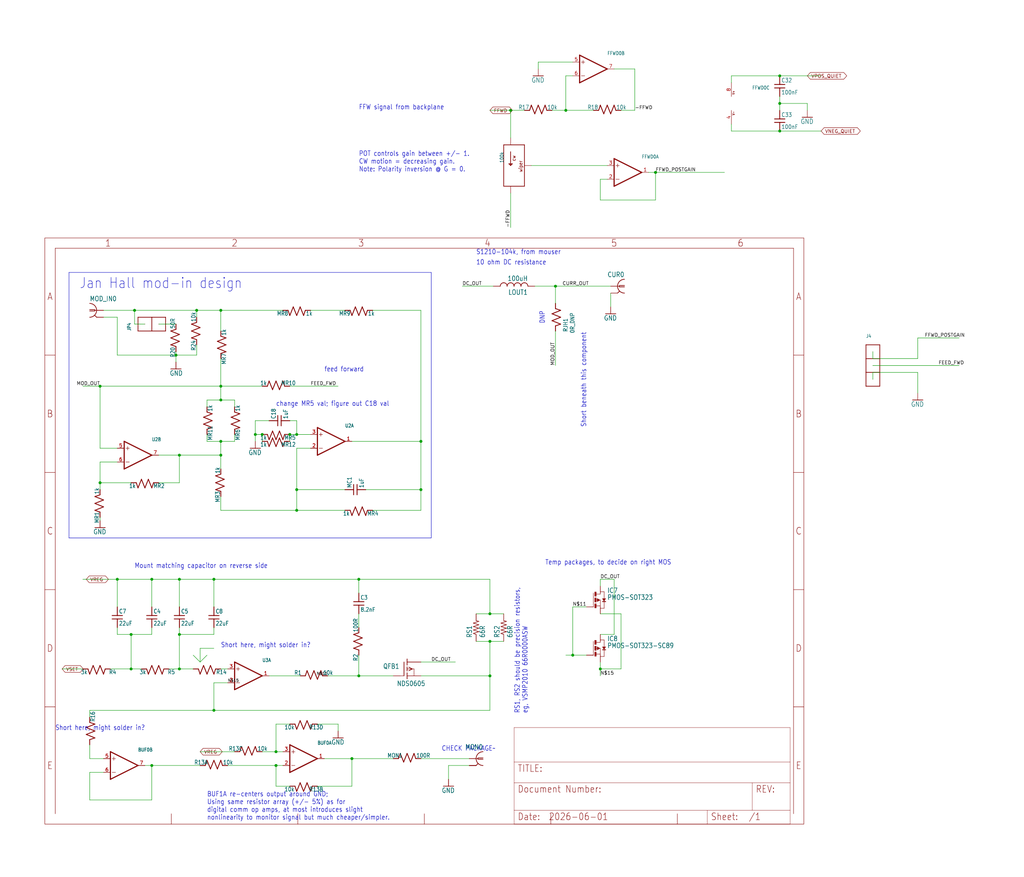
<source format=kicad_sch>
(kicad_sch (version 20231120) (generator "eeschema") (generator_version "8.0")
  (paper "User" 376.961 323.037)
  (lib_symbols
    (symbol "CurrentController-eagle-import:1X2_LOW_PROFILE_JUMPER"
      (property "Reference" "JP" (at -2.54 7.62 0))
      (symbol "1X2_LOW_PROFILE_JUMPER_1_0"
        (pin bidirectional line (at 0 2.54 0) (length 0) (name "P$1") (number "1"))
        (pin bidirectional line (at 0 -2.54 0) (length 0) (name "P$2") (number "2"))
      )
    )
    (symbol "CurrentController-eagle-import:1X3_LOW_PROFILE_JUMPER"
      (property "Reference" "J" (at -2.54 10.16 0))
      (symbol "1X3_LOW_PROFILE_JUMPER_1_0"
        (pin bidirectional line (at 0 5.08 0) (length 0) (name "P$1") (number "P1"))
        (pin bidirectional line (at 0 0 0) (length 0) (name "P$2") (number "P2"))
        (pin bidirectional line (at 0 -5.08 0) (length 0) (name "P$3") (number "P3"))
      )
    )
    (symbol "CurrentController-eagle-import:BNC-H"
      (property "Reference" "X" (at -2.54 3.302 0))
      (symbol "BNC-H_1_0"
        (pin passive line (at 2.54 0 180) (length 2.54) (name "1") (number "1"))
        (pin passive line (at 2.54 -2.54 180) (length 2.54) (name "2") (number "2"))
      )
    )
    (symbol "CurrentController-eagle-import:BOURNS-3006P"
      (symbol "BOURNS-3006P_1_0"
        (text "cw" (at -3.81 0.635 0) (effects (font (size 1.27 1.0795)) (justify left bottom)))
        (text "wiper" (at -1.905 -1.905 0) (effects (font (size 1.27 1.0795)) (justify left bottom)))
        (pin bidirectional line (at -10.16 2.54 0) (length 2.54) (name "P$1") (number "P$1"))
        (pin bidirectional line (at 0 -5.08 90) (length 2.54) (name "P$2") (number "P$2"))
        (pin bidirectional line (at 10.16 2.54 180) (length 2.54) (name "P$3") (number "P$3"))
      )
    )
    (symbol "CurrentController-eagle-import:C_MLCC_SMDCMLCC_0603"
      (property "Reference" "C" (at 0.5715 0.0635 0))
      (symbol "C_MLCC_SMDCMLCC_0603_1_0"
        (pin passive line (at 0 2.54 270) (length 0) (name "1") (number "P$1"))
        (pin passive line (at 0 -5.08 90) (length 0) (name "2") (number "P$2"))
      )
    )
    (symbol "CurrentController-eagle-import:C_MLCC_SMDCMLCC_0805"
      (property "Reference" "C" (at 0.5715 0.0635 0))
      (symbol "C_MLCC_SMDCMLCC_0805_1_0"
        (pin passive line (at 0 2.54 270) (length 0) (name "1") (number "P$1"))
        (pin passive line (at 0 -5.08 90) (length 0) (name "2") (number "P$2"))
      )
    )
    (symbol "CurrentController-eagle-import:DUAL-OPAMP-AD8676_MSOP"
      (property "Reference" "U" (at 7.62 5.08 0))
      (symbol "DUAL-OPAMP-AD8676_MSOP_1_0"
        (pin output line (at 10.16 0 180) (length 2.54) (name "OUT") (number "1"))
        (pin input line (at -5.08 -2.54 0) (length 2.54) (name "-IN") (number "2"))
        (pin input line (at -5.08 2.54 0) (length 2.54) (name "+IN") (number "3"))
      )
      (symbol "DUAL-OPAMP-AD8676_MSOP_2_0"
        (pin input line (at -5.08 2.54 0) (length 2.54) (name "+IN") (number "5"))
        (pin input line (at -5.08 -2.54 0) (length 2.54) (name "-IN") (number "6"))
        (pin output line (at 10.16 0 180) (length 2.54) (name "OUT") (number "7"))
      )
      (symbol "DUAL-OPAMP-AD8676_MSOP_3_0"
        (text "V+" (at 1.27 3.175 900) (effects (font (size 0.8128 0.6908)) (justify left bottom)))
        (text "V-" (at 1.27 -4.445 900) (effects (font (size 0.8128 0.6908)) (justify left bottom)))
        (pin power_in line (at 0 -7.62 90) (length 5.08) (name "V-") (number "4"))
        (pin power_in line (at 0 7.62 270) (length 5.08) (name "V+") (number "8"))
      )
    )
    (symbol "CurrentController-eagle-import:FRAME_A_L"
      (symbol "FRAME_A_L_1_0"
        (text "1" (at 23.2833 213.995 0) (effects (font (size 2.54 2.286))))
        (text "2" (at 69.85 213.995 0) (effects (font (size 2.54 2.286))))
        (text "3" (at 116.4167 213.995 0) (effects (font (size 2.54 2.286))))
        (text "4" (at 162.9833 213.995 0) (effects (font (size 2.54 2.286))))
        (text "5" (at 209.55 213.995 0) (effects (font (size 2.54 2.286))))
        (text "6" (at 256.1167 213.995 0) (effects (font (size 2.54 2.286))))
        (text "A" (at 1.905 194.31 0) (effects (font (size 2.54 2.286))))
        (text "A" (at 277.495 194.31 0) (effects (font (size 2.54 2.286))))
        (text "B" (at 1.905 151.13 0) (effects (font (size 2.54 2.286))))
        (text "B" (at 277.495 151.13 0) (effects (font (size 2.54 2.286))))
        (text "C" (at 1.905 107.95 0) (effects (font (size 2.54 2.286))))
        (text "C" (at 277.495 107.95 0) (effects (font (size 2.54 2.286))))
        (text "D" (at 1.905 64.77 0) (effects (font (size 2.54 2.286))))
        (text "D" (at 277.495 64.77 0) (effects (font (size 2.54 2.286))))
        (text "E" (at 1.905 21.59 0) (effects (font (size 2.54 2.286))))
        (text "E" (at 277.495 21.59 0) (effects (font (size 2.54 2.286))))
      )
      (symbol "FRAME_A_L_2_0"
        (text "${#}/${##}" (at 86.36 1.27 0) (effects (font (size 2.54 2.159)) (justify left bottom)))
        (text "${CURRENT_DATE}" (at 12.7 1.27 0) (effects (font (size 2.54 2.159)) (justify left bottom)))
        (text "${PROJECTNAME}" (at 17.78 19.05 0) (effects (font (size 2.54 2.159)) (justify left bottom)))
        (text "Date:" (at 1.27 1.27 0) (effects (font (size 2.54 2.159)) (justify left bottom)))
        (text "Document Number:" (at 1.27 11.43 0) (effects (font (size 2.54 2.159)) (justify left bottom)))
        (text "REV:" (at 88.9 11.43 0) (effects (font (size 2.54 2.159)) (justify left bottom)))
        (text "Sheet:" (at 72.39 1.27 0) (effects (font (size 2.54 2.159)) (justify left bottom)))
        (text "TITLE:" (at 1.27 19.05 0) (effects (font (size 2.54 2.159)) (justify left bottom)))
      )
    )
    (symbol "CurrentController-eagle-import:GND" (power)
      (symbol "GND_1_0"
        (pin power_in line (at 0 2.54 270) (length 2.54) (name "GND") (number "1"))
      )
    )
    (symbol "CurrentController-eagle-import:L-USL3225P"
      (property "Reference" "L" (at -1.27 -5.08 90))
      (symbol "L-USL3225P_1_0"
        (pin passive line (at 0 7.62 270) (length 2.54) (name "1") (number "1"))
        (pin passive line (at 0 -7.62 90) (length 2.54) (name "2") (number "2"))
      )
    )
    (symbol "CurrentController-eagle-import:NDS0605"
      (symbol "NDS0605_1_0"
        (pin passive line (at -5.08 -2.54 0) (length 2.54) (name "G") (number "1"))
        (pin passive line (at 5.08 -2.54 180) (length 5.08) (name "S") (number "2"))
        (pin passive line (at 5.08 2.54 180) (length 5.08) (name "D") (number "3"))
      )
    )
    (symbol "CurrentController-eagle-import:PMOS-SOT323"
      (property "Reference" "IC" (at 2.54 2.54 0))
      (symbol "PMOS-SOT323_1_0"
        (pin passive line (at -5.08 -2.54 0) (length 2.54) (name "G") (number "1"))
        (pin passive line (at 0 -5.08 90) (length 2.54) (name "S") (number "2"))
        (pin passive line (at 0 5.08 270) (length 2.54) (name "D") (number "3"))
      )
    )
    (symbol "CurrentController-eagle-import:PMOS-SOT323-SC89"
      (property "Reference" "IC" (at 2.54 2.54 0))
      (symbol "PMOS-SOT323-SC89_1_0"
        (pin passive line (at -5.08 -2.54 0) (length 2.54) (name "G") (number "P$1"))
        (pin passive line (at 0 -5.08 90) (length 2.54) (name "S") (number "P$2"))
        (pin passive line (at 0 5.08 270) (length 2.54) (name "D") (number "P$3"))
      )
    )
    (symbol "CurrentController-eagle-import:R-US_R2010"
      (property "Reference" "R" (at -3.81 1.4986 0))
      (symbol "R-US_R2010_1_0"
        (pin passive line (at -5.08 0 0) (length 2.54) (name "1") (number "1"))
        (pin passive line (at 5.08 0 180) (length 2.54) (name "2") (number "2"))
      )
    )
    (symbol "CurrentController-eagle-import:R_ARRAY"
      (property "Reference" "R" (at -7.3025 0.3175 0))
      (symbol "R_ARRAY_1_0"
        (pin passive line (at -5.08 0 0) (length 0) (name "1") (number "P$1"))
        (pin passive line (at 5.08 0 180) (length 0) (name "2") (number "P$2"))
      )
      (symbol "R_ARRAY_2_0"
        (pin passive line (at -5.08 0 0) (length 0) (name "1") (number "P$3"))
        (pin passive line (at 5.08 0 180) (length 0) (name "2") (number "P$4"))
      )
      (symbol "R_ARRAY_3_0"
        (pin passive line (at -5.08 0 0) (length 0) (name "1") (number "P$5"))
        (pin passive line (at 5.08 0 180) (length 0) (name "2") (number "P$6"))
      )
      (symbol "R_ARRAY_4_0"
        (pin passive line (at -5.08 0 0) (length 0) (name "1") (number "P$7"))
        (pin passive line (at 5.08 0 180) (length 0) (name "2") (number "P$8"))
      )
    )
    (symbol "CurrentController-eagle-import:R_SMDR0603"
      (property "Reference" "R" (at -7.3025 0.3175 0))
      (symbol "R_SMDR0603_1_0"
        (pin passive line (at -5.08 0 0) (length 0) (name "1") (number "P$1"))
        (pin passive line (at 5.08 0 180) (length 0) (name "2") (number "P$2"))
      )
    )
    (symbol "CurrentController-eagle-import:R_SMDR0805"
      (property "Reference" "R" (at -7.3025 0.3175 0))
      (symbol "R_SMDR0805_1_0"
        (pin passive line (at -5.08 0 0) (length 0) (name "1") (number "P$1"))
        (pin passive line (at 5.08 0 180) (length 0) (name "2") (number "P$2"))
      )
    )
    (symbol "CurrentController-eagle-import:UMC"
      (property "Reference" "X" (at -2.54 3.302 0))
      (symbol "UMC_1_0"
        (pin passive line (at 2.54 0 180) (length 2.54) (name "1") (number "P$1"))
        (pin passive line (at 2.54 -2.54 180) (length 2.54) (name "2") (number "P$2"))
        (pin passive line (at 2.54 -2.54 180) (length 2.54) (name "2") (number "P$3"))
      )
    )
  )
  (junction (at 81.28 162.56))
  (junction (at 101.6 276.86))
  (junction (at 78.74 213.36))
  (junction (at 55.88 213.36))
  (junction (at 81.28 142.24))
  (junction (at 81.28 147.32))
  (junction (at 187.96 40.64))
  (junction (at 129.54 279.4))
  (junction (at 81.28 167.64))
  (junction (at 287.02 38.1))
  (junction (at 180.34 226.06))
  (junction (at 132.08 213.36))
  (junction (at 106.68 160.02))
  (junction (at 66.04 233.68))
  (junction (at 180.34 248.92))
  (junction (at 66.04 167.64))
  (junction (at 208.28 40.64))
  (junction (at 49.53 114.3))
  (junction (at 43.18 213.36))
  (junction (at 78.74 261.62))
  (junction (at 220.98 246.38))
  (junction (at 48.26 233.68))
  (junction (at 96.52 160.02))
  (junction (at 204.47 105.41))
  (junction (at 66.04 246.38))
  (junction (at 210.82 241.3))
  (junction (at 66.04 213.36))
  (junction (at 72.39 114.3))
  (junction (at 154.94 180.34))
  (junction (at 132.08 248.92))
  (junction (at 109.22 160.02))
  (junction (at 81.28 114.3))
  (junction (at 180.34 236.22))
  (junction (at 241.3 63.5))
  (junction (at 109.22 180.34))
  (junction (at 287.02 27.94))
  (junction (at 36.83 142.24))
  (junction (at 154.94 162.56))
  (junction (at 109.22 187.96))
  (junction (at 101.6 281.94))
  (junction (at 93.98 160.02))
  (junction (at 48.26 246.38))
  (junction (at 287.02 48.26))
  (junction (at 55.88 281.94))
  (junction (at 64.77 130.81))
  (junction (at 36.83 177.8))
  (wire (pts (xy 127 180.34) (xy 109.22 180.34)) (stroke (width 0.1524)))
  (wire (pts (xy 64.77 119.38) (xy 58.42 119.38)) (stroke (width 0.1524)))
  (wire (pts (xy 116.84 266.7) (xy 124.46 266.7)) (stroke (width 0.1524)))
  (wire (pts (xy 226.06 25.4) (xy 233.68 25.4)) (stroke (width 0.1524)))
  (wire (pts (xy 198.12 22.86) (xy 210.82 22.86)) (stroke (width 0.1524)))
  (wire (pts (xy 187.96 40.64) (xy 193.04 40.64)) (stroke (width 0.1524)))
  (wire (pts (xy 33.02 274.32) (xy 33.02 279.4)) (stroke (width 0.1524)))
  (wire (pts (xy 154.94 162.56) (xy 154.94 114.3)) (stroke (width 0.1524)))
  (wire (pts (xy 129.54 289.56) (xy 129.54 279.4)) (stroke (width 0.1524)))
  (wire (pts (xy 73.66 243.84) (xy 71.12 241.3)) (stroke (width 0.1524)))
  (wire (pts (xy 195.58 60.96) (xy 223.52 60.96)) (stroke (width 0.1524)))
  (wire (pts (xy 43.18 165.1) (xy 36.83 165.1)) (stroke (width 0.1524)))
  (wire (pts (xy 96.52 160.02) (xy 93.98 160.02)) (stroke (width 0.1524)))
  (wire (pts (xy 321.31 137.16) (xy 337.82 137.16)) (stroke (width 0.1524)))
  (wire (pts (xy 208.28 40.64) (xy 218.44 40.64)) (stroke (width 0.1524)))
  (wire (pts (xy 220.98 233.68) (xy 226.06 233.68)) (stroke (width 0.1524)))
  (wire (pts (xy 55.88 233.68) (xy 48.26 233.68)) (stroke (width 0.1524)))
  (wire (pts (xy 101.6 281.94) (xy 101.6 289.56)) (stroke (width 0.1524)))
  (wire (pts (xy 137.16 114.3) (xy 154.94 114.3)) (stroke (width 0.1524)))
  (wire (pts (xy 269.24 48.26) (xy 287.02 48.26)) (stroke (width 0.1524)))
  (wire (pts (xy 64.77 129.54) (xy 64.77 130.81)) (stroke (width 0.1524)))
  (wire (pts (xy 104.14 281.94) (xy 101.6 281.94)) (stroke (width 0.1524)))
  (wire (pts (xy 226.06 213.36) (xy 220.98 213.36)) (stroke (width 0.1524)))
  (wire (pts (xy 40.64 246.38) (xy 48.26 246.38)) (stroke (width 0.1524)))
  (wire (pts (xy 36.83 165.1) (xy 36.83 142.24)) (stroke (width 0.1524)))
  (wire (pts (xy 109.22 180.34) (xy 109.22 165.1)) (stroke (width 0.1524)))
  (wire (pts (xy 204.47 111.76) (xy 204.47 105.41)) (stroke (width 0.1524)))
  (wire (pts (xy 55.88 281.94) (xy 73.66 281.94)) (stroke (width 0.1524)))
  (wire (pts (xy 269.24 30.48) (xy 269.24 27.94)) (stroke (width 0.1524)))
  (wire (pts (xy 81.28 147.32) (xy 81.28 142.24)) (stroke (width 0.1524)))
  (wire (pts (xy 66.04 167.64) (xy 58.42 167.64)) (stroke (width 0.1524)))
  (wire (pts (xy 287.02 38.1) (xy 287.02 40.64)) (stroke (width 0.1524)))
  (wire (pts (xy 76.2 147.32) (xy 81.28 147.32)) (stroke (width 0.1524)))
  (wire (pts (xy 101.6 276.86) (xy 104.14 276.86)) (stroke (width 0.1524)))
  (wire (pts (xy 215.9 241.3) (xy 210.82 241.3)) (stroke (width 0.1524)))
  (wire (pts (xy 233.68 25.4) (xy 233.68 40.64)) (stroke (width 0.1524)))
  (wire (pts (xy 66.04 246.38) (xy 71.12 246.38)) (stroke (width 0.1524)))
  (wire (pts (xy 93.98 160.02) (xy 93.98 154.94)) (stroke (width 0.1524)))
  (wire (pts (xy 109.22 160.02) (xy 114.3 160.02)) (stroke (width 0.1524)))
  (wire (pts (xy 187.96 50.8) (xy 187.96 40.64)) (stroke (width 0.1524)))
  (wire (pts (xy 154.94 162.56) (xy 129.54 162.56)) (stroke (width 0.1524)))
  (wire (pts (xy 36.83 170.18) (xy 36.83 177.8)) (stroke (width 0.1524)))
  (wire (pts (xy 154.94 187.96) (xy 154.94 180.34)) (stroke (width 0.1524)))
  (wire (pts (xy 321.31 137.16) (xy 321.31 139.7)) (stroke (width 0.1524)))
  (wire (pts (xy 297.18 38.1) (xy 297.18 40.64)) (stroke (width 0.1524)))
  (wire (pts (xy 78.74 231.14) (xy 78.74 233.68)) (stroke (width 0.1524)))
  (wire (pts (xy 337.82 124.46) (xy 353.06 124.46)) (stroke (width 0.1524)))
  (wire (pts (xy 33.02 279.4) (xy 38.1 279.4)) (stroke (width 0.1524)))
  (wire (pts (xy 22.86 246.38) (xy 30.48 246.38)) (stroke (width 0.1524)))
  (wire (pts (xy 33.02 264.16) (xy 33.02 261.62)) (stroke (width 0.1524)))
  (wire (pts (xy 106.68 142.24) (xy 124.46 142.24)) (stroke (width 0.1524)))
  (wire (pts (xy 62.23 246.38) (xy 66.04 246.38)) (stroke (width 0.1524)))
  (wire (pts (xy 78.74 261.62) (xy 33.02 261.62)) (stroke (width 0.1524)))
  (wire (pts (xy 49.53 114.3) (xy 72.39 114.3)) (stroke (width 0.1524)))
  (wire (pts (xy 96.52 276.86) (xy 101.6 276.86)) (stroke (width 0.1524)))
  (wire (pts (xy 196.85 105.41) (xy 204.47 105.41)) (stroke (width 0.1524)))
  (wire (pts (xy 81.28 167.64) (xy 81.28 162.56)) (stroke (width 0.1524)))
  (wire (pts (xy 233.68 40.64) (xy 228.6 40.64)) (stroke (width 0.1524)))
  (wire (pts (xy 38.1 116.84) (xy 43.18 116.84)) (stroke (width 0.1524)))
  (wire (pts (xy 55.88 223.52) (xy 55.88 213.36)) (stroke (width 0.1524)))
  (wire (pts (xy 83.82 251.46) (xy 78.74 251.46)) (stroke (width 0.1524)))
  (wire (pts (xy 180.34 236.22) (xy 175.26 236.22)) (stroke (width 0.1524)))
  (wire (pts (xy 72.39 116.84) (xy 72.39 114.3)) (stroke (width 0.1524)))
  (wire (pts (xy 55.88 294.64) (xy 55.88 281.94)) (stroke (width 0.1524)))
  (wire (pts (xy 78.74 238.76) (xy 73.66 238.76)) (stroke (width 0.1524)))
  (wire (pts (xy 81.28 142.24) (xy 96.52 142.24)) (stroke (width 0.1524)))
  (wire (pts (xy 109.22 187.96) (xy 127 187.96)) (stroke (width 0.1524)))
  (wire (pts (xy 215.9 223.52) (xy 210.82 223.52)) (stroke (width 0.1524)))
  (polyline (pts (xy 25.4 198.12) (xy 25.4 100.33)) (stroke (width 0.1524) (type solid)))
  (wire (pts (xy 241.3 73.66) (xy 241.3 63.5)) (stroke (width 0.1524)))
  (wire (pts (xy 81.28 121.92) (xy 81.28 114.3)) (stroke (width 0.1524)))
  (wire (pts (xy 83.82 281.94) (xy 101.6 281.94)) (stroke (width 0.1524)))
  (wire (pts (xy 220.98 66.04) (xy 223.52 66.04)) (stroke (width 0.1524)))
  (wire (pts (xy 198.12 22.86) (xy 198.12 25.4)) (stroke (width 0.1524)))
  (wire (pts (xy 43.18 116.84) (xy 43.18 130.81)) (stroke (width 0.1524)))
  (wire (pts (xy 175.26 226.06) (xy 180.34 226.06)) (stroke (width 0.1524)))
  (wire (pts (xy 321.31 134.62) (xy 353.06 134.62)) (stroke (width 0.1524)))
  (wire (pts (xy 287.02 38.1) (xy 297.18 38.1)) (stroke (width 0.1524)))
  (wire (pts (xy 78.74 213.36) (xy 66.04 213.36)) (stroke (width 0.1524)))
  (wire (pts (xy 204.47 121.92) (xy 204.47 134.62)) (stroke (width 0.1524)))
  (wire (pts (xy 72.39 127) (xy 72.39 130.81)) (stroke (width 0.1524)))
  (wire (pts (xy 137.16 187.96) (xy 154.94 187.96)) (stroke (width 0.1524)))
  (wire (pts (xy 114.3 114.3) (xy 127 114.3)) (stroke (width 0.1524)))
  (wire (pts (xy 73.66 238.76) (xy 73.66 243.84)) (stroke (width 0.1524)))
  (wire (pts (xy 210.82 223.52) (xy 210.82 241.3)) (stroke (width 0.1524)))
  (wire (pts (xy 124.46 266.7) (xy 124.46 269.24)) (stroke (width 0.1524)))
  (wire (pts (xy 38.1 114.3) (xy 49.53 114.3)) (stroke (width 0.1524)))
  (wire (pts (xy 180.34 40.64) (xy 187.96 40.64)) (stroke (width 0.1524)))
  (polyline (pts (xy 25.4 100.33) (xy 158.75 100.33)) (stroke (width 0.1524) (type solid)))
  (wire (pts (xy 64.77 130.81) (xy 64.77 133.35)) (stroke (width 0.1524)))
  (wire (pts (xy 132.08 248.92) (xy 144.78 248.92)) (stroke (width 0.1524)))
  (wire (pts (xy 86.36 147.32) (xy 81.28 147.32)) (stroke (width 0.1524)))
  (wire (pts (xy 129.54 279.4) (xy 119.38 279.4)) (stroke (width 0.1524)))
  (polyline (pts (xy 158.75 198.12) (xy 25.4 198.12)) (stroke (width 0.1524) (type solid)))
  (wire (pts (xy 93.98 160.02) (xy 93.98 162.56)) (stroke (width 0.1524)))
  (wire (pts (xy 36.83 177.8) (xy 36.83 180.34)) (stroke (width 0.1524)))
  (wire (pts (xy 287.02 35.56) (xy 287.02 38.1)) (stroke (width 0.1524)))
  (wire (pts (xy 43.18 213.36) (xy 30.48 213.36)) (stroke (width 0.1524)))
  (wire (pts (xy 132.08 218.44) (xy 132.08 213.36)) (stroke (width 0.1524)))
  (wire (pts (xy 165.1 281.94) (xy 165.1 287.02)) (stroke (width 0.1524)))
  (wire (pts (xy 81.28 182.88) (xy 81.28 187.96)) (stroke (width 0.1524)))
  (wire (pts (xy 269.24 45.72) (xy 269.24 48.26)) (stroke (width 0.1524)))
  (wire (pts (xy 220.98 73.66) (xy 241.3 73.66)) (stroke (width 0.1524)))
  (wire (pts (xy 36.83 190.5) (xy 36.83 191.77)) (stroke (width 0.1524)))
  (wire (pts (xy 185.42 236.22) (xy 180.34 236.22)) (stroke (width 0.1524)))
  (wire (pts (xy 269.24 27.94) (xy 287.02 27.94)) (stroke (width 0.1524)))
  (wire (pts (xy 86.36 149.86) (xy 86.36 147.32)) (stroke (width 0.1524)))
  (wire (pts (xy 220.98 226.06) (xy 228.6 226.06)) (stroke (width 0.1524)))
  (wire (pts (xy 181.61 105.41) (xy 170.18 105.41)) (stroke (width 0.1524)))
  (wire (pts (xy 172.72 281.94) (xy 165.1 281.94)) (stroke (width 0.1524)))
  (wire (pts (xy 106.68 160.02) (xy 109.22 160.02)) (stroke (width 0.1524)))
  (wire (pts (xy 72.39 114.3) (xy 81.28 114.3)) (stroke (width 0.1524)))
  (wire (pts (xy 81.28 162.56) (xy 86.36 162.56)) (stroke (width 0.1524)))
  (wire (pts (xy 238.76 63.5) (xy 241.3 63.5)) (stroke (width 0.1524)))
  (wire (pts (xy 134.62 180.34) (xy 154.94 180.34)) (stroke (width 0.1524)))
  (wire (pts (xy 321.31 132.08) (xy 337.82 132.08)) (stroke (width 0.1524)))
  (wire (pts (xy 224.79 113.03) (xy 224.79 107.95)) (stroke (width 0.1524)))
  (wire (pts (xy 76.2 162.56) (xy 76.2 160.02)) (stroke (width 0.1524)))
  (wire (pts (xy 106.68 160.02) (xy 106.68 162.56)) (stroke (width 0.1524)))
  (wire (pts (xy 228.6 226.06) (xy 228.6 246.38)) (stroke (width 0.1524)))
  (wire (pts (xy 109.22 165.1) (xy 114.3 165.1)) (stroke (width 0.1524)))
  (wire (pts (xy 154.94 279.4) (xy 172.72 279.4)) (stroke (width 0.1524)))
  (wire (pts (xy 48.26 233.68) (xy 48.26 246.38)) (stroke (width 0.1524)))
  (wire (pts (xy 210.82 241.3) (xy 208.28 241.3)) (stroke (width 0.1524)))
  (wire (pts (xy 120.65 248.92) (xy 132.08 248.92)) (stroke (width 0.1524)))
  (wire (pts (xy 76.2 149.86) (xy 76.2 147.32)) (stroke (width 0.1524)))
  (wire (pts (xy 208.28 27.94) (xy 210.82 27.94)) (stroke (width 0.1524)))
  (wire (pts (xy 78.74 223.52) (xy 78.74 213.36)) (stroke (width 0.1524)))
  (wire (pts (xy 93.98 154.94) (xy 99.06 154.94)) (stroke (width 0.1524)))
  (wire (pts (xy 43.18 223.52) (xy 43.18 213.36)) (stroke (width 0.1524)))
  (wire (pts (xy 66.04 233.68) (xy 66.04 246.38)) (stroke (width 0.1524)))
  (wire (pts (xy 66.04 231.14) (xy 66.04 233.68)) (stroke (width 0.1524)))
  (wire (pts (xy 38.1 284.48) (xy 33.02 284.48)) (stroke (width 0.1524)))
  (wire (pts (xy 132.08 213.36) (xy 180.34 213.36)) (stroke (width 0.1524)))
  (wire (pts (xy 66.04 213.36) (xy 55.88 213.36)) (stroke (width 0.1524)))
  (wire (pts (xy 58.42 177.8) (xy 66.04 177.8)) (stroke (width 0.1524)))
  (wire (pts (xy 220.98 246.38) (xy 220.98 243.84)) (stroke (width 0.1524)))
  (wire (pts (xy 81.28 114.3) (xy 104.14 114.3)) (stroke (width 0.1524)))
  (wire (pts (xy 220.98 66.04) (xy 220.98 73.66)) (stroke (width 0.1524)))
  (wire (pts (xy 109.22 187.96) (xy 109.22 180.34)) (stroke (width 0.1524)))
  (wire (pts (xy 154.94 243.84) (xy 167.64 243.84)) (stroke (width 0.1524)))
  (wire (pts (xy 43.18 130.81) (xy 64.77 130.81)) (stroke (width 0.1524)))
  (wire (pts (xy 48.26 246.38) (xy 52.07 246.38)) (stroke (width 0.1524)))
  (wire (pts (xy 203.2 40.64) (xy 208.28 40.64)) (stroke (width 0.1524)))
  (wire (pts (xy 116.84 289.56) (xy 129.54 289.56)) (stroke (width 0.1524)))
  (wire (pts (xy 66.04 213.36) (xy 66.04 223.52)) (stroke (width 0.1524)))
  (wire (pts (xy 99.06 248.92) (xy 110.49 248.92)) (stroke (width 0.1524)))
  (wire (pts (xy 36.83 142.24) (xy 30.48 142.24)) (stroke (width 0.1524)))
  (wire (pts (xy 180.34 236.22) (xy 180.34 248.92)) (stroke (width 0.1524)))
  (wire (pts (xy 66.04 177.8) (xy 66.04 167.64)) (stroke (width 0.1524)))
  (wire (pts (xy 132.08 248.92) (xy 132.08 241.3)) (stroke (width 0.1524)))
  (wire (pts (xy 287.02 27.94) (xy 302.26 27.94)) (stroke (width 0.1524)))
  (wire (pts (xy 337.82 137.16) (xy 337.82 144.78)) (stroke (width 0.1524)))
  (wire (pts (xy 287.02 48.26) (xy 302.26 48.26)) (stroke (width 0.1524)))
  (wire (pts (xy 220.98 213.36) (xy 220.98 215.9)) (stroke (width 0.1524)))
  (wire (pts (xy 81.28 246.38) (xy 83.82 246.38)) (stroke (width 0.1524)))
  (wire (pts (xy 180.34 226.06) (xy 185.42 226.06)) (stroke (width 0.1524)))
  (wire (pts (xy 101.6 266.7) (xy 106.68 266.7)) (stroke (width 0.1524)))
  (wire (pts (xy 78.74 251.46) (xy 78.74 261.62)) (stroke (width 0.1524)))
  (wire (pts (xy 241.3 63.5) (xy 266.7 63.5)) (stroke (width 0.1524)))
  (wire (pts (xy 43.18 233.68) (xy 48.26 233.68)) (stroke (width 0.1524)))
  (wire (pts (xy 187.96 71.12) (xy 187.96 83.82)) (stroke (width 0.1524)))
  (wire (pts (xy 55.88 231.14) (xy 55.88 233.68)) (stroke (width 0.1524)))
  (wire (pts (xy 55.88 281.94) (xy 53.34 281.94)) (stroke (width 0.1524)))
  (polyline (pts (xy 158.75 100.33) (xy 158.75 198.12)) (stroke (width 0.1524) (type solid)))
  (wire (pts (xy 81.28 162.56) (xy 76.2 162.56)) (stroke (width 0.1524)))
  (wire (pts (xy 106.68 154.94) (xy 109.22 154.94)) (stroke (width 0.1524)))
  (wire (pts (xy 129.54 279.4) (xy 144.78 279.4)) (stroke (width 0.1524)))
  (wire (pts (xy 81.28 167.64) (xy 81.28 172.72)) (stroke (width 0.1524)))
  (wire (pts (xy 101.6 266.7) (xy 101.6 276.86)) (stroke (width 0.1524)))
  (wire (pts (xy 43.18 231.14) (xy 43.18 233.68)) (stroke (width 0.1524)))
  (wire (pts (xy 154.94 180.34) (xy 154.94 162.56)) (stroke (width 0.1524)))
  (wire (pts (xy 49.53 119.38) (xy 49.53 114.3)) (stroke (width 0.1524)))
  (wire (pts (xy 66.04 167.64) (xy 81.28 167.64)) (stroke (width 0.1524)))
  (wire (pts (xy 36.83 142.24) (xy 81.28 142.24)) (stroke (width 0.1524)))
  (wire (pts (xy 109.22 154.94) (xy 109.22 160.02)) (stroke (width 0.1524)))
  (wire (pts (xy 180.34 248.92) (xy 154.94 248.92)) (stroke (width 0.1524)))
  (wire (pts (xy 101.6 289.56) (xy 106.68 289.56)) (stroke (width 0.1524)))
  (wire (pts (xy 321.31 132.08) (xy 321.31 129.54)) (stroke (width 0.1524)))
  (wire (pts (xy 36.83 177.8) (xy 48.26 177.8)) (stroke (width 0.1524)))
  (wire (pts (xy 78.74 261.62) (xy 180.34 261.62)) (stroke (width 0.1524)))
  (wire (pts (xy 132.08 213.36) (xy 78.74 213.36)) (stroke (width 0.1524)))
  (wire (pts (xy 55.88 213.36) (xy 43.18 213.36)) (stroke (width 0.1524)))
  (wire (pts (xy 73.66 243.84) (xy 76.2 241.3)) (stroke (width 0.1524)))
  (wire (pts (xy 208.28 27.94) (xy 208.28 40.64)) (stroke (width 0.1524)))
  (wire (pts (xy 33.02 284.48) (xy 33.02 294.64)) (stroke (width 0.1524)))
  (wire (pts (xy 337.82 132.08) (xy 337.82 124.46)) (stroke (width 0.1524)))
  (wire (pts (xy 96.52 160.02) (xy 96.52 162.56)) (stroke (width 0.1524)))
  (wire (pts (xy 220.98 248.92) (xy 220.98 246.38)) (stroke (width 0.1524)))
  (wire (pts (xy 132.08 231.14) (xy 132.08 226.06)) (stroke (width 0.1524)))
  (wire (pts (xy 72.39 130.81) (xy 64.77 130.81)) (stroke (width 0.1524)))
  (wire (pts (xy 180.34 261.62) (xy 180.34 248.92)) (stroke (width 0.1524)))
  (wire (pts (xy 86.36 162.56) (xy 86.36 160.02)) (stroke (width 0.1524)))
  (wire (pts (xy 78.74 233.68) (xy 66.04 233.68)) (stroke (width 0.1524)))
  (wire (pts (xy 226.06 233.68) (xy 226.06 213.36)) (stroke (width 0.1524)))
  (wire (pts (xy 86.36 276.86) (xy 73.66 276.86)) (stroke (width 0.1524)))
  (wire (pts (xy 81.28 142.24) (xy 81.28 132.08)) (stroke (width 0.1524)))
  (wire (pts (xy 81.28 187.96) (xy 109.22 187.96)) (stroke (width 0.1524)))
  (wire (pts (xy 53.34 119.38) (xy 49.53 119.38)) (stroke (width 0.1524)))
  (wire (pts (xy 33.02 294.64) (xy 55.88 294.64)) (stroke (width 0.1524)))
  (wire (pts (xy 228.6 246.38) (xy 220.98 246.38)) (stroke (width 0.1524)))
  (wire (pts (xy 204.47 105.41) (xy 224.79 105.41)) (stroke (width 0.1524)))
  (wire (pts (xy 43.18 170.18) (xy 36.83 170.18)) (stroke (width 0.1524)))
  (wire (pts (xy 180.34 213.36) (xy 180.34 226.06)) (stroke (width 0.1524)))
  (text "change MR5 val; figure out C18 val" (at 101.6 149.86 0) (effects (font (size 1.778 1.5113)) (justify left bottom)))
  (text "CHECK PACKAGE~" (at 162.56 276.86 0) (effects (font (size 1.778 1.5113)) (justify left bottom)))
  (text "S1210-104k, from mouser" (at 175.26 93.98 0) (effects (font (size 1.778 1.5113)) (justify left bottom)))
  (text "Jan Hall mod-in design" (at 29.21 106.68 0) (effects (font (size 3.81 3.2385)) (justify left bottom)))
  (text "Short beneath this component" (at 215.9 157.48 90) (effects (font (size 1.778 1.5113)) (justify left bottom)))
  (text "POT controls gain between +/- 1.\nCW motion = decreasing gain.\nNote: Polarity inversion @ G = 0." (at 132.08 63.5 0) (effects (font (size 1.778 1.5113)) (justify left bottom)))
  (text "FFW signal from backplane" (at 132.08 40.64 0) (effects (font (size 1.778 1.5113)) (justify left bottom)))
  (text "10 ohm DC resistance" (at 175.26 97.79 0) (effects (font (size 1.778 1.5113)) (justify left bottom)))
  (text "DNP" (at 200.66 119.38 90) (effects (font (size 1.778 1.5113)) (justify left bottom)))
  (text "RS1, RS2 should be precision resistors,\neg, VSMP2010 66R0000ASW" (at 194.31 262.89 90) (effects (font (size 1.778 1.5113)) (justify left bottom)))
  (text "feed forward" (at 119.38 137.16 0) (effects (font (size 1.778 1.5113)) (justify left bottom)))
  (text "Short here, might solder in?" (at 20.32 269.24 0) (effects (font (size 1.778 1.5113)) (justify left bottom)))
  (text "Mount matching capacitor on reverse side" (at 49.53 209.55 0) (effects (font (size 1.778 1.5113)) (justify left bottom)))
  (text "Short here, might solder in?" (at 81.28 238.76 0) (effects (font (size 1.778 1.5113)) (justify left bottom)))
  (text "Temp packages, to decide on right MOS" (at 200.66 208.28 0) (effects (font (size 1.778 1.5113)) (justify left bottom)))
  (text "BUF1A re-centers output around GND;\nUsing same resistor array (+/- 5%) as for\ndigital comm op amps, at most introduces slight\nnonlinearity to monitor signal but much cheaper/simpler." (at 76.2 302.26 0) (effects (font (size 1.778 1.5113)) (justify left bottom)))
  (label "N$15" (at 220.98 248.92 0) (effects (font (size 1.2446 1.2446))))
  (label "MOD_OUT" (at 204.47 134.62 90) (effects (font (size 1.2446 1.2446))))
  (label "DC_OUT" (at 220.98 213.36 0) (effects (font (size 1.2446 1.2446))))
  (label "-FFWD" (at 187.96 83.82 90) (effects (font (size 1.2446 1.2446))))
  (label "FEED_FWD" (at 345.44 134.62 0) (effects (font (size 1.2446 1.2446))))
  (label "MOD_OUT" (at 36.83 142.24 180) (effects (font (size 1.2446 1.2446))))
  (label "FFWD_POSTGAIN" (at 340.36 124.46 0) (effects (font (size 1.2446 1.2446))))
  (label "FFWD_POSTGAIN" (at 241.3 63.5 0) (effects (font (size 1.2446 1.2446))))
  (label "DC_OUT" (at 158.75 243.84 0) (effects (font (size 1.2446 1.2446))))
  (label "CURR_OUT" (at 207.01 105.41 0) (effects (font (size 1.2446 1.2446))))
  (label "N$15" (at 83.82 251.46 0) (effects (font (size 1.016 1.016))))
  (label "FEED_FWD" (at 114.3 142.24 0) (effects (font (size 1.2446 1.2446))))
  (label "N$11" (at 120.65 248.92 180) (effects (font (size 1.016 1.016))))
  (label "DC_OUT" (at 170.18 105.41 0) (effects (font (size 1.2446 1.2446))))
  (label "-FFWD" (at 233.68 40.64 0) (effects (font (size 1.2446 1.2446))))
  (label "N$11" (at 210.82 223.52 0) (effects (font (size 1.2446 1.2446))))
  (global_label "VREG" (shape bidirectional) (at 73.66 276.86 0) (effects (font (size 1.2446 1.2446))) (property "Intersheetrefs" "${INTERSHEET_REFS}" (effects (hide yes))))
  (global_label "VSET" (shape bidirectional) (at 22.86 246.38 0) (effects (font (size 1.2446 1.2446))) (property "Intersheetrefs" "${INTERSHEET_REFS}" (effects (hide yes))))
  (global_label "FFWD" (shape bidirectional) (at 180.34 40.64 0) (effects (font (size 1.2446 1.2446))) (property "Intersheetrefs" "${INTERSHEET_REFS}" (effects (hide yes))))
  (global_label "VPOS_QUIET" (shape bidirectional) (at 297.18 27.94 0) (effects (font (size 1.2446 1.2446))) (property "Intersheetrefs" "${INTERSHEET_REFS}" (effects (hide yes))))
  (global_label "VNEG_QUIET" (shape bidirectional) (at 302.26 48.26 0) (effects (font (size 1.2446 1.2446))) (property "Intersheetrefs" "${INTERSHEET_REFS}" (effects (hide yes))))
  (global_label "VREG" (shape bidirectional) (at 31.75 213.36 0) (effects (font (size 1.2446 1.2446))) (property "Intersheetrefs" "${INTERSHEET_REFS}" (effects (hide yes))))
  (symbol (lib_id "CurrentController-eagle-import:R_SMDR0603") (at 204.47 116.84 270) (unit 1)
    (property "Reference" "RJH1" (at 207.3275 117.1575 0) (effects (font (size 1.524 1.2954)) (justify left bottom)))
    (property "Value" "0R_DNP" (at 209.8675 115.0938 0) (effects (font (size 1.524 1.2954)) (justify left bottom)))
    (property "Footprint" "CurrentController:R_0603" (effects (hide yes)))
  )
  (symbol (lib_id "CurrentController-eagle-import:C_MLCC_SMDCMLCC_0805") (at 55.88 226.06 0) (unit 1)
    (property "Reference" "C4" (at 56.4515 225.9965 0) (effects (font (size 1.524 1.2954)) (justify left bottom)))
    (property "Value" "22uF" (at 56.4515 230.4415 0) (effects (font (size 1.524 1.2954)) (justify left bottom)))
    (property "Footprint" "CurrentController:C_MLCC_0805" (effects (hide yes)))
    (property "PARTNO" "C2012X5R1E226M125AC" (effects (hide yes)))
  )
  (symbol (lib_id "CurrentController-eagle-import:R_SMDR0805") (at 53.34 177.8 180) (unit 1)
    (property "Reference" "MR2" (at 60.6425 178.1175 0) (effects (font (size 1.524 1.2954)) (justify left bottom)))
    (property "Value" "1k" (at 50.0062 178.1175 0) (effects (font (size 1.524 1.2954)) (justify left bottom)))
    (property "Footprint" "CurrentController:R_0805" (effects (hide yes)))
    (property "PARTNO" "ERA-6ARB102V" (effects (hide yes)))
  )
  (symbol (lib_id "CurrentController-eagle-import:GND") (at 93.98 165.1 0) (unit 1)
    (property "Reference" "#GND021" (effects (hide yes)))
    (property "Value" "GND" (at 91.44 167.64 0) (effects (font (size 1.778 1.5113)) (justify left bottom)))
  )
  (symbol (lib_id "CurrentController-eagle-import:FRAME_A_L") (at 16.51 303.53 0) (unit 1)
    (property "Reference" "#FRAME2" (effects (hide yes)))
    (property "Value" "FRAME_A_L" (effects (hide yes)))
  )
  (symbol (lib_id "CurrentController-eagle-import:R_SMDR0805") (at 81.28 127 270) (mirror x) (unit 1)
    (property "Reference" "MR7" (at 81.5975 134.3025 0) (effects (font (size 1.524 1.2954)) (justify left bottom)))
    (property "Value" "1k" (at 81.5975 123.6662 0) (effects (font (size 1.524 1.2954)) (justify left bottom)))
    (property "Footprint" "CurrentController:R_0805" (effects (hide yes)))
    (property "PARTNO" "ERA-6ARB102V" (effects (hide yes)))
  )
  (symbol (lib_id "CurrentController-eagle-import:R_SMDR0603") (at 72.39 121.92 90) (unit 1)
    (property "Reference" "R24" (at 72.0725 129.2225 0) (effects (font (size 1.524 1.2954)) (justify left bottom)))
    (property "Value" "10k" (at 72.0725 118.5862 0) (effects (font (size 1.524 1.2954)) (justify left bottom)))
    (property "Footprint" "CurrentController:R_0603" (effects (hide yes)))
    (property "PARTNO" "ERJ-3EKF1002V" (effects (hide yes)))
  )
  (symbol (lib_id "CurrentController-eagle-import:R_SMDR0805") (at 36.83 185.42 90) (unit 1)
    (property "Reference" "MR1" (at 36.5125 192.7225 0) (effects (font (size 1.524 1.2954)) (justify left bottom)))
    (property "Value" "1k" (at 36.5125 182.0862 0) (effects (font (size 1.524 1.2954)) (justify left bottom)))
    (property "Footprint" "CurrentController:R_0805" (effects (hide yes)))
    (property "PARTNO" "ERA-6ARB102V" (effects (hide yes)))
  )
  (symbol (lib_id "CurrentController-eagle-import:C_MLCC_SMDCMLCC_0603") (at 287.02 43.18 0) (unit 1)
    (property "Reference" "C33" (at 287.5915 43.1165 0) (effects (font (size 1.524 1.2954)) (justify left bottom)))
    (property "Value" "100nF" (at 287.5915 47.5615 0) (effects (font (size 1.524 1.2954)) (justify left bottom)))
    (property "Footprint" "CurrentController:C_MLCC_0603" (effects (hide yes)))
    (property "PARTNO" "C1608X7R1E104K080AA" (effects (hide yes)))
  )
  (symbol (lib_id "CurrentController-eagle-import:R_SMDR0603") (at 57.15 246.38 180) (unit 1)
    (property "Reference" "R5" (at 64.4525 246.6975 0) (effects (font (size 1.524 1.2954)) (justify left bottom)))
    (property "Value" "3k" (at 53.8162 246.6975 0) (effects (font (size 1.524 1.2954)) (justify left bottom)))
    (property "Footprint" "CurrentController:R_0603" (effects (hide yes)))
    (property "PARTNO" "ERJ-3EKF3001V" (effects (hide yes)))
  )
  (symbol (lib_id "CurrentController-eagle-import:1X2_LOW_PROFILE_JUMPER") (at 55.88 119.38 90) (unit 1)
    (property "Reference" "JP4" (at 48.26 121.92 0) (effects (font (size 1.27 1.0795)) (justify left bottom)))
    (property "Value" "1X2_LOW_PROFILE_JUMPER" (effects (hide yes)))
    (property "Footprint" "CurrentController:1X2_LOW_PROFILE" (effects (hide yes)))
    (property "PARTNO" "NRPN021PAEN-RC" (effects (hide yes)))
  )
  (symbol (lib_id "CurrentController-eagle-import:R_ARRAY") (at 91.44 276.86 0) (unit 3)
    (property "Reference" "R13" (at 84.1375 276.5425 0) (effects (font (size 1.524 1.2954)) (justify left bottom)))
    (property "Value" "10k" (at 94.7738 276.5425 0) (effects (font (size 1.524 1.2954)) (justify left bottom)))
    (property "Footprint" "CurrentController:742_ARRAY" (effects (hide yes)))
    (property "PARTNO" "742C083103JP" (effects (hide yes)))
  )
  (symbol (lib_id "CurrentController-eagle-import:DUAL-OPAMP-AD8676_MSOP") (at 48.26 167.64 0) (unit 2)
    (property "Reference" "U2" (at 55.88 162.56 0) (effects (font (size 1.27 1.0795)) (justify left bottom)))
    (property "Value" "AD8676" (effects (hide yes)))
    (property "Footprint" "CurrentController:MSOP08" (effects (hide yes)))
    (property "PARTNO" "AD8676ARMZ" (effects (hide yes)))
  )
  (symbol (lib_id "CurrentController-eagle-import:R-US_R2010") (at 175.26 231.14 90) (unit 1)
    (property "Reference" "RS1" (at 173.7614 234.95 0) (effects (font (size 1.778 1.5113)) (justify left bottom)))
    (property "Value" "66R" (at 178.562 234.95 0) (effects (font (size 1.778 1.5113)) (justify left bottom)))
    (property "Footprint" "CurrentController:R2010" (effects (hide yes)))
  )
  (symbol (lib_id "CurrentController-eagle-import:R_SMDR0603") (at 198.12 40.64 0) (unit 1)
    (property "Reference" "R17" (at 190.8175 40.3225 0) (effects (font (size 1.524 1.2954)) (justify left bottom)))
    (property "Value" "10k" (at 201.4538 40.3225 0) (effects (font (size 1.524 1.2954)) (justify left bottom)))
    (property "Footprint" "CurrentController:R_0603" (effects (hide yes)))
    (property "PARTNO" "ERJ-3EKF1002V" (effects (hide yes)))
  )
  (symbol (lib_id "CurrentController-eagle-import:PMOS-SOT323-SC89") (at 220.98 238.76 0) (unit 1)
    (property "Reference" "IC8" (at 223.52 236.22 0) (effects (font (size 1.778 1.5113)) (justify left bottom)))
    (property "Value" "PMOS-SOT323-SC89" (at 223.52 238.76 0) (effects (font (size 1.778 1.5113)) (justify left bottom)))
    (property "Footprint" "CurrentController:SC-89" (effects (hide yes)))
  )
  (symbol (lib_id "CurrentController-eagle-import:GND") (at 64.77 135.89 0) (mirror y) (unit 1)
    (property "Reference" "#GND022" (effects (hide yes)))
    (property "Value" "GND" (at 67.31 138.43 0) (effects (font (size 1.778 1.5113)) (justify left bottom)))
  )
  (symbol (lib_id "CurrentController-eagle-import:PMOS-SOT323") (at 220.98 220.98 0) (unit 1)
    (property "Reference" "IC7" (at 223.52 218.44 0) (effects (font (size 1.778 1.5113)) (justify left bottom)))
    (property "Value" "PMOS-SOT323" (at 223.52 220.98 0) (effects (font (size 1.778 1.5113)) (justify left bottom)))
    (property "Footprint" "CurrentController:SOT323" (effects (hide yes)))
  )
  (symbol (lib_id "CurrentController-eagle-import:R_SMDR0805") (at 86.36 154.94 270) (mirror x) (unit 1)
    (property "Reference" "MR6" (at 86.6775 162.2425 0) (effects (font (size 1.524 1.2954)) (justify left bottom)))
    (property "Value" "1k" (at 86.6775 151.6062 0) (effects (font (size 1.524 1.2954)) (justify left bottom)))
    (property "Footprint" "CurrentController:R_0805" (effects (hide yes)))
    (property "PARTNO" "ERA-6ARB102V" (effects (hide yes)))
  )
  (symbol (lib_id "CurrentController-eagle-import:R_ARRAY") (at 111.76 266.7 180) (unit 4)
    (property "Reference" "R13" (at 119.0625 267.0175 0) (effects (font (size 1.524 1.2954)) (justify left bottom)))
    (property "Value" "10k" (at 108.4262 267.0175 0) (effects (font (size 1.524 1.2954)) (justify left bottom)))
    (property "Footprint" "CurrentController:742_ARRAY" (effects (hide yes)))
    (property "PARTNO" "742C083103JP" (effects (hide yes)))
  )
  (symbol (lib_id "CurrentController-eagle-import:R_SMDR0603") (at 223.52 40.64 0) (unit 1)
    (property "Reference" "R18" (at 216.2175 40.3225 0) (effects (font (size 1.524 1.2954)) (justify left bottom)))
    (property "Value" "10k" (at 226.8538 40.3225 0) (effects (font (size 1.524 1.2954)) (justify left bottom)))
    (property "Footprint" "CurrentController:R_0603" (effects (hide yes)))
    (property "PARTNO" "ERJ-3EKF1002V" (effects (hide yes)))
  )
  (symbol (lib_id "CurrentController-eagle-import:R-US_R2010") (at 185.42 231.14 90) (unit 1)
    (property "Reference" "RS2" (at 183.9214 234.95 0) (effects (font (size 1.778 1.5113)) (justify left bottom)))
    (property "Value" "66R" (at 188.722 234.95 0) (effects (font (size 1.778 1.5113)) (justify left bottom)))
    (property "Footprint" "CurrentController:R2010" (effects (hide yes)))
  )
  (symbol (lib_id "CurrentController-eagle-import:GND") (at 124.46 271.78 0) (unit 1)
    (property "Reference" "#GND015" (effects (hide yes)))
    (property "Value" "GND" (at 121.92 274.32 0) (effects (font (size 1.778 1.5113)) (justify left bottom)))
  )
  (symbol (lib_id "CurrentController-eagle-import:UMC") (at 175.26 279.4 0) (mirror y) (unit 1)
    (property "Reference" "MON0" (at 177.8 276.098 0) (effects (font (size 1.778 1.5113)) (justify left bottom)))
    (property "Value" "UMC" (effects (hide yes)))
    (property "Footprint" "CurrentController:UMC" (effects (hide yes)))
    (property "PARTNO" "1909763-1" (effects (hide yes)))
  )
  (symbol (lib_id "CurrentController-eagle-import:GND") (at 297.18 43.18 0) (unit 1)
    (property "Reference" "#GND017" (effects (hide yes)))
    (property "Value" "GND" (at 294.64 45.72 0) (effects (font (size 1.778 1.5113)) (justify left bottom)))
  )
  (symbol (lib_id "CurrentController-eagle-import:DUAL-OPAMP-AD8676_MSOP") (at 109.22 279.4 0) (unit 1)
    (property "Reference" "BUF0" (at 116.84 274.32 0) (effects (font (size 1.27 1.0795)) (justify left bottom)))
    (property "Value" "AD8676" (effects (hide yes)))
    (property "Footprint" "CurrentController:MSOP08" (effects (hide yes)))
    (property "PARTNO" "AD8676ARMZ" (effects (hide yes)))
  )
  (symbol (lib_id "CurrentController-eagle-import:BOURNS-3006P") (at 190.5 60.96 90) (mirror x) (unit 1)
    (property "Reference" "T1" (effects (hide yes)))
    (property "Value" "100k" (at 185.42 55.88 0) (effects (font (size 1.27 1.0795)) (justify left bottom)))
    (property "Footprint" "CurrentController:3006P" (effects (hide yes)))
    (property "PARTNO" "3006P-1-104LF" (effects (hide yes)))
  )
  (symbol (lib_id "CurrentController-eagle-import:R_SMDR0805") (at 76.2 154.94 270) (mirror x) (unit 1)
    (property "Reference" "MR11" (at 76.5175 162.2425 0) (effects (font (size 1.524 1.2954)) (justify left bottom)))
    (property "Value" "1k" (at 76.5175 151.6062 0) (effects (font (size 1.524 1.2954)) (justify left bottom)))
    (property "Footprint" "CurrentController:R_0805" (effects (hide yes)))
    (property "PARTNO" "ERA-6ARB102V" (effects (hide yes)))
  )
  (symbol (lib_id "CurrentController-eagle-import:C_MLCC_SMDCMLCC_0603") (at 287.02 30.48 0) (unit 1)
    (property "Reference" "C32" (at 287.5915 30.4165 0) (effects (font (size 1.524 1.2954)) (justify left bottom)))
    (property "Value" "100nF" (at 287.5915 34.8615 0) (effects (font (size 1.524 1.2954)) (justify left bottom)))
    (property "Footprint" "CurrentController:C_MLCC_0603" (effects (hide yes)))
    (property "PARTNO" "C1608X7R1E104K080AA" (effects (hide yes)))
  )
  (symbol (lib_id "CurrentController-eagle-import:L-USL3225P") (at 189.23 105.41 90) (unit 1)
    (property "Reference" "LOUT1" (at 194.31 106.68 90) (effects (font (size 1.778 1.5113)) (justify left bottom)))
    (property "Value" "100uH" (at 194.31 101.6 90) (effects (font (size 1.778 1.5113)) (justify left bottom)))
    (property "Footprint" "CurrentController:L3225P" (effects (hide yes)))
    (property "PARTNO" "CBC3225T680KR" (effects (hide yes)))
  )
  (symbol (lib_id "CurrentController-eagle-import:R_SMDR0805") (at 64.77 124.46 90) (unit 1)
    (property "Reference" "R20" (at 64.4525 131.7625 0) (effects (font (size 1.524 1.2954)) (justify left bottom)))
    (property "Value" "50R" (at 64.4525 121.1262 0) (effects (font (size 1.524 1.2954)) (justify left bottom)))
    (property "Footprint" "CurrentController:R_0805" (effects (hide yes)))
    (property "PARTNO" "ERJ-6ENF49R9V" (effects (hide yes)))
  )
  (symbol (lib_id "CurrentController-eagle-import:DUAL-OPAMP-AD8676_MSOP") (at 88.9 248.92 0) (unit 1)
    (property "Reference" "U3" (at 96.52 243.84 0) (effects (font (size 1.27 1.0795)) (justify left bottom)))
    (property "Value" "AD8676" (effects (hide yes)))
    (property "Footprint" "CurrentController:MSOP08" (effects (hide yes)))
    (property "PARTNO" "AD8676ARMZ" (effects (hide yes)))
  )
  (symbol (lib_id "CurrentController-eagle-import:R_SMDR0805") (at 132.08 187.96 180) (unit 1)
    (property "Reference" "MR4" (at 139.3825 188.2775 0) (effects (font (size 1.524 1.2954)) (justify left bottom)))
    (property "Value" "1k" (at 128.7462 188.2775 0) (effects (font (size 1.524 1.2954)) (justify left bottom)))
    (property "Footprint" "CurrentController:R_0805" (effects (hide yes)))
    (property "PARTNO" "ERA-6ARB102V" (effects (hide yes)))
  )
  (symbol (lib_id "CurrentController-eagle-import:GND") (at 224.79 115.57 0) (unit 1)
    (property "Reference" "#GND012" (effects (hide yes)))
    (property "Value" "GND" (at 222.25 118.11 0) (effects (font (size 1.778 1.5113)) (justify left bottom)))
  )
  (symbol (lib_id "CurrentController-eagle-import:DUAL-OPAMP-AD8676_MSOP") (at 215.9 25.4 0) (unit 2)
    (property "Reference" "FFWD0" (at 223.52 20.32 0) (effects (font (size 1.27 1.0795)) (justify left bottom)))
    (property "Value" "AD8676" (effects (hide yes)))
    (property "Footprint" "CurrentController:MSOP08" (effects (hide yes)))
    (property "PARTNO" "AD8676ARMZ" (effects (hide yes)))
  )
  (symbol (lib_id "CurrentController-eagle-import:R_SMDR0603") (at 35.56 246.38 180) (unit 1)
    (property "Reference" "R4" (at 42.8625 246.6975 0) (effects (font (size 1.524 1.2954)) (justify left bottom)))
    (property "Value" "3k" (at 32.2262 246.6975 0) (effects (font (size 1.524 1.2954)) (justify left bottom)))
    (property "Footprint" "CurrentController:R_0603" (effects (hide yes)))
    (property "PARTNO" "ERJ-3EKF3001V" (effects (hide yes)))
  )
  (symbol (lib_id "CurrentController-eagle-import:R_SMDR0603") (at 115.57 248.92 0) (unit 1)
    (property "Reference" "R1" (at 108.2675 248.6025 0) (effects (font (size 1.524 1.2954)) (justify left bottom)))
    (property "Value" "10k" (at 118.9038 248.6025 0) (effects (font (size 1.524 1.2954)) (justify left bottom)))
    (property "Footprint" "CurrentController:R_0603" (effects (hide yes)))
    (property "PARTNO" "ERJ-3EKF1002V" (effects (hide yes)))
  )
  (symbol (lib_id "CurrentController-eagle-import:C_MLCC_SMDCMLCC_0805") (at 66.04 226.06 0) (unit 1)
    (property "Reference" "C5" (at 66.6115 225.9965 0) (effects (font (size 1.524 1.2954)) (justify left bottom)))
    (property "Value" "22uF" (at 66.6115 230.4415 0) (effects (font (size 1.524 1.2954)) (justify left bottom)))
    (property "Footprint" "CurrentController:C_MLCC_0805" (effects (hide yes)))
    (property "PARTNO" "C2012X5R1E226M125AC" (effects (hide yes)))
  )
  (symbol (lib_id "CurrentController-eagle-import:GND") (at 198.12 27.94 0) (unit 1)
    (property "Reference" "#GND016" (effects (hide yes)))
    (property "Value" "GND" (at 195.58 30.48 0) (effects (font (size 1.778 1.5113)) (justify left bottom)))
  )
  (symbol (lib_id "CurrentController-eagle-import:NDS0605") (at 149.86 246.38 0) (unit 1)
    (property "Reference" "QFB1" (at 140.97 246.38 0) (effects (font (size 1.778 1.5113)) (justify left bottom)))
    (property "Value" "NDS0605" (at 146.05 252.73 0) (effects (font (size 1.778 1.5113)) (justify left bottom)))
    (property "Footprint" "CurrentController:SOT-23" (effects (hide yes)))
    (property "PARTNO" "*" (effects (hide yes)))
  )
  (symbol (lib_id "CurrentController-eagle-import:BNC-H") (at 35.56 114.3 0) (unit 1)
    (property "Reference" "MOD_IN0" (at 33.02 110.998 0) (effects (font (size 1.778 1.5113)) (justify left bottom)))
    (property "Value" "BNC-H" (effects (hide yes)))
    (property "Footprint" "CurrentController:BNC90" (effects (hide yes)))
    (property "PARTNO" "5227161-7" (effects (hide yes)))
  )
  (symbol (lib_id "CurrentController-eagle-import:GND") (at 165.1 289.56 0) (unit 1)
    (property "Reference" "#GND014" (effects (hide yes)))
    (property "Value" "GND" (at 162.56 292.1 0) (effects (font (size 1.778 1.5113)) (justify left bottom)))
  )
  (symbol (lib_id "CurrentController-eagle-import:R_SMDR0805") (at 101.6 142.24 0) (mirror y) (unit 1)
    (property "Reference" "MR10" (at 108.9025 141.9225 0) (effects (font (size 1.524 1.2954)) (justify left bottom)))
    (property "Value" "1k" (at 98.2662 141.9225 0) (effects (font (size 1.524 1.2954)) (justify left bottom)))
    (property "Footprint" "CurrentController:R_0805" (effects (hide yes)))
    (property "PARTNO" "ERA-6ARB102V" (effects (hide yes)))
  )
  (symbol (lib_id "CurrentController-eagle-import:R_SMDR0603") (at 132.08 236.22 90) (unit 1)
    (property "Reference" "R2" (at 131.7625 243.5225 0) (effects (font (size 1.524 1.2954)) (justify left bottom)))
    (property "Value" "100R" (at 131.7625 232.8862 0) (effects (font (size 1.524 1.2954)) (justify left bottom)))
    (property "Footprint" "CurrentController:R_0603" (effects (hide yes)))
    (property "PARTNO" "ERJ-3EKF1000V" (effects (hide yes)))
  )
  (symbol (lib_id "CurrentController-eagle-import:R_SMDR0603") (at 76.2 246.38 180) (unit 1)
    (property "Reference" "R14" (at 83.5025 246.6975 0) (effects (font (size 1.524 1.2954)) (justify left bottom)))
    (property "Value" "R_SMDR0603" (effects (hide yes)))
    (property "Footprint" "CurrentController:R_0603" (effects (hide yes)))
  )
  (symbol (lib_id "CurrentController-eagle-import:C_MLCC_SMDCMLCC_0603") (at 101.6 154.94 90) (unit 1)
    (property "Reference" "C18" (at 101.5365 154.3685 0) (effects (font (size 1.524 1.2954)) (justify left bottom)))
    (property "Value" "1uF" (at 105.9815 154.3685 0) (effects (font (size 1.524 1.2954)) (justify left bottom)))
    (property "Footprint" "CurrentController:C_MLCC_0603" (effects (hide yes)))
    (property "PARTNO" "CL10B105KA8NNNC" (effects (hide yes)))
  )
  (symbol (lib_id "CurrentController-eagle-import:DUAL-OPAMP-AD8676_MSOP") (at 119.38 162.56 0) (unit 1)
    (property "Reference" "U2" (at 127 157.48 0) (effects (font (size 1.27 1.0795)) (justify left bottom)))
    (property "Value" "AD8676" (effects (hide yes)))
    (property "Footprint" "CurrentController:MSOP08" (effects (hide yes)))
    (property "PARTNO" "AD8676ARMZ" (effects (hide yes)))
  )
  (symbol (lib_id "CurrentController-eagle-import:R_SMDR0805") (at 109.22 114.3 0) (mirror x) (unit 1)
    (property "Reference" "MR8" (at 101.9175 114.6175 0) (effects (font (size 1.524 1.2954)) (justify left bottom)))
    (property "Value" "1k" (at 112.5538 114.6175 0) (effects (font (size 1.524 1.2954)) (justify left bottom)))
    (property "Footprint" "CurrentController:R_0805" (effects (hide yes)))
    (property "PARTNO" "ERA-6ARB102V" (effects (hide yes)))
  )
  (symbol (lib_id "CurrentController-eagle-import:GND") (at 36.83 194.31 0) (unit 1)
    (property "Reference" "#GND020" (effects (hide yes)))
    (property "Value" "GND" (at 34.29 196.85 0) (effects (font (size 1.778 1.5113)) (justify left bottom)))
  )
  (symbol (lib_id "CurrentController-eagle-import:R_SMDR0805") (at 132.08 114.3 0) (mirror x) (unit 1)
    (property "Reference" "MR9" (at 124.7775 114.6175 0) (effects (font (size 1.524 1.2954)) (justify left bottom)))
    (property "Value" "1k" (at 135.4138 114.6175 0) (effects (font (size 1.524 1.2954)) (justify left bottom)))
    (property "Footprint" "CurrentController:R_0805" (effects (hide yes)))
    (property "PARTNO" "ERA-6ARB102V" (effects (hide yes)))
  )
  (symbol (lib_id "CurrentController-eagle-import:DUAL-OPAMP-AD8676_MSOP") (at 269.24 38.1 0) (unit 3)
    (property "Reference" "FFWD0" (at 276.86 33.02 0) (effects (font (size 1.27 1.0795)) (justify left bottom)))
    (property "Value" "AD8676" (effects (hide yes)))
    (property "Footprint" "CurrentController:MSOP08" (effects (hide yes)))
    (property "PARTNO" "AD8676ARMZ" (effects (hide yes)))
  )
  (symbol (lib_id "CurrentController-eagle-import:R_SMDR0805") (at 81.28 177.8 90) (unit 1)
    (property "Reference" "MR3" (at 80.9625 185.1025 0) (effects (font (size 1.524 1.2954)) (justify left bottom)))
    (property "Value" "1k" (at 80.9625 174.4662 0) (effects (font (size 1.524 1.2954)) (justify left bottom)))
    (property "Footprint" "CurrentController:R_0805" (effects (hide yes)))
    (property "PARTNO" "ERA-6ARB102V" (effects (hide yes)))
  )
  (symbol (lib_id "CurrentController-eagle-import:C_MLCC_SMDCMLCC_0805") (at 78.74 226.06 0) (unit 1)
    (property "Reference" "C8" (at 79.3115 225.9965 0) (effects (font (size 1.524 1.2954)) (justify left bottom)))
    (property "Value" "22uF" (at 79.3115 230.4415 0) (effects (font (size 1.524 1.2954)) (justify left bottom)))
    (property "Footprint" "CurrentController:C_MLCC_0805" (effects (hide yes)))
    (property "PARTNO" "C2012X5R1E226M125AC" (effects (hide yes)))
  )
  (symbol (lib_id "CurrentController-eagle-import:C_MLCC_SMDCMLCC_0603") (at 132.08 220.98 0) (unit 1)
    (property "Reference" "C3" (at 132.6515 220.9165 0) (effects (font (size 1.524 1.2954)) (justify left bottom)))
    (property "Value" "8.2nF" (at 132.6515 225.3615 0) (effects (font (size 1.524 1.2954)) (justify left bottom)))
    (property "Footprint" "CurrentController:C_MLCC_0603" (effects (hide yes)))
    (property "PARTNO" "CL10B822KB8NNNC" (effects (hide yes)))
  )
  (symbol (lib_id "CurrentController-eagle-import:DUAL-OPAMP-AD8676_MSOP") (at 43.18 281.94 0) (unit 2)
    (property "Reference" "BUF0" (at 50.8 276.86 0) (effects (font (size 1.27 1.0795)) (justify left bottom)))
    (property "Value" "AD8676" (effects (hide yes)))
    (property "Footprint" "CurrentController:MSOP08" (effects (hide yes)))
    (property "PARTNO" "AD8676ARMZ" (effects (hide yes)))
  )
  (symbol (lib_id "CurrentController-eagle-import:FRAME_A_L") (at 189.23 303.53 0) (unit 2)
    (property "Reference" "#FRAME2" (effects (hide yes)))
    (property "Value" "FRAME_A_L" (effects (hide yes)))
  )
  (symbol (lib_id "CurrentController-eagle-import:GND") (at 337.82 147.32 0) (unit 1)
    (property "Reference" "#GND013" (effects (hide yes)))
    (property "Value" "GND" (at 335.28 149.86 0) (effects (font (size 1.778 1.5113)) (justify left bottom)))
  )
  (symbol (lib_id "CurrentController-eagle-import:C_MLCC_SMDCMLCC_0805") (at 43.18 226.06 0) (unit 1)
    (property "Reference" "C7" (at 43.7515 225.9965 0) (effects (font (size 1.524 1.2954)) (justify left bottom)))
    (property "Value" "22uF" (at 43.7515 230.4415 0) (effects (font (size 1.524 1.2954)) (justify left bottom)))
    (property "Footprint" "CurrentController:C_MLCC_0805" (effects (hide yes)))
    (property "PARTNO" "C2012X5R1E226M125AC" (effects (hide yes)))
  )
  (symbol (lib_id "CurrentController-eagle-import:R_SMDR0805") (at 101.6 162.56 180) (unit 1)
    (property "Reference" "MR12" (at 108.9025 162.8775 0) (effects (font (size 1.524 1.2954)) (justify left bottom)))
    (property "Value" "1k" (at 98.2662 162.8775 0) (effects (font (size 1.524 1.2954)) (justify left bottom)))
    (property "Footprint" "CurrentController:R_0805" (effects (hide yes)))
    (property "PARTNO" "ERA-6ARB102V" (effects (hide yes)))
  )
  (symbol (lib_id "CurrentController-eagle-import:BNC-H") (at 227.33 105.41 0) (mirror y) (unit 1)
    (property "Reference" "CUR0" (at 229.87 102.108 0) (effects (font (size 1.778 1.5113)) (justify left bottom)))
    (property "Value" "BNC-H" (effects (hide yes)))
    (property "Footprint" "CurrentController:BNC90" (effects (hide yes)))
    (property "PARTNO" "5227161-7" (effects (hide yes)))
  )
  (symbol (lib_id "CurrentController-eagle-import:R_SMDR0805") (at 101.6 160.02 180) (unit 1)
    (property "Reference" "MR5" (at 108.9025 160.3375 0) (effects (font (size 1.524 1.2954)) (justify left bottom)))
    (property "Value" "1k" (at 98.2662 160.3375 0) (effects (font (size 1.524 1.2954)) (justify left bottom)))
    (property "Footprint" "CurrentController:R_0805" (effects (hide yes)))
    (property "PARTNO" "ERA-6ARB102V" (effects (hide yes)))
  )
  (symbol (lib_id "CurrentController-eagle-import:DUAL-OPAMP-AD8676_MSOP") (at 228.6 63.5 0) (unit 1)
    (property "Reference" "FFWD0" (at 236.22 58.42 0) (effects (font (size 1.27 1.0795)) (justify left bottom)))
    (property "Value" "AD8676" (effects (hide yes)))
    (property "Footprint" "CurrentController:MSOP08" (effects (hide yes)))
    (property "PARTNO" "AD8676ARMZ" (effects (hide yes)))
  )
  (symbol (lib_id "CurrentController-eagle-import:R_ARRAY") (at 78.74 281.94 0) (unit 1)
    (property "Reference" "R13" (at 71.4375 281.6225 0) (effects (font (size 1.524 1.2954)) (justify left bottom)))
    (property "Value" "10k" (at 82.0738 281.6225 0) (effects (font (size 1.524 1.2954)) (justify left bottom)))
    (property "Footprint" "CurrentController:742_ARRAY" (effects (hide yes)))
    (property "PARTNO" "742C083103JP" (effects (hide yes)))
  )
  (symbol (lib_id "CurrentController-eagle-import:R_SMDR0603") (at 149.86 279.4 0) (unit 1)
    (property "Reference" "MON1" (at 142.5575 279.0825 0) (effects (font (size 1.524 1.2954)) (justify left bottom)))
    (property "Value" "100R" (at 153.1938 279.0825 0) (effects (font (size 1.524 1.2954)) (justify left bottom)))
    (property "Footprint" "CurrentController:R_0603" (effects (hide yes)))
    (property "PARTNO" "ERJ-3EKF1000V" (effects (hide yes)))
  )
  (symbol (lib_id "CurrentController-eagle-import:R_SMDR0603") (at 33.02 269.24 270) (unit 1)
    (property "Reference" "R16" (at 33.3375 261.9375 0) (effects (font (size 1.524 1.2954)) (justify left bottom)))
    (property "Value" "R_SMDR0603" (effects (hide yes)))
    (property "Footprint" "CurrentController:R_0603" (effects (hide yes)))
  )
  (symbol (lib_id "CurrentController-eagle-import:1X3_LOW_PROFILE_JUMPER") (at 321.31 134.62 0) (unit 1)
    (property "Reference" "J4" (at 318.77 124.46 0) (effects (font (size 1.27 1.0795)) (justify left bottom)))
    (property "Value" "1X3_LOW_PROFILE_JUMPER" (effects (hide yes)))
    (property "Footprint" "CurrentController:1X3_LOW_PROFILE" (effects (hide yes)))
    (property "PARTNO" "NRPN031PAEN-RC" (effects (hide yes)))
  )
  (symbol (lib_id "CurrentController-eagle-import:R_ARRAY") (at 111.76 289.56 180) (unit 2)
    (property "Reference" "R13" (at 119.0625 289.8775 0) (effects (font (size 1.524 1.2954)) (justify left bottom)))
    (property "Value" "10k" (at 108.4262 289.8775 0) (effects (font (size 1.524 1.2954)) (justify left bottom)))
    (property "Footprint" "CurrentController:742_ARRAY" (effects (hide yes)))
    (property "PARTNO" "742C083103JP" (effects (hide yes)))
  )
  (symbol (lib_id "CurrentController-eagle-import:C_MLCC_SMDCMLCC_0603") (at 129.54 180.34 90) (unit 1)
    (property "Reference" "MC1" (at 129.4765 179.7685 0) (effects (font (size 1.524 1.2954)) (justify left bottom)))
    (property "Value" "1uF" (at 133.9215 179.7685 0) (effects (font (size 1.524 1.2954)) (justify left bottom)))
    (property "Footprint" "CurrentController:C_MLCC_0603" (effects (hide yes)))
    (property "PARTNO" "CL10B105KA8NNNC" (effects (hide yes)))
  )
)
</source>
